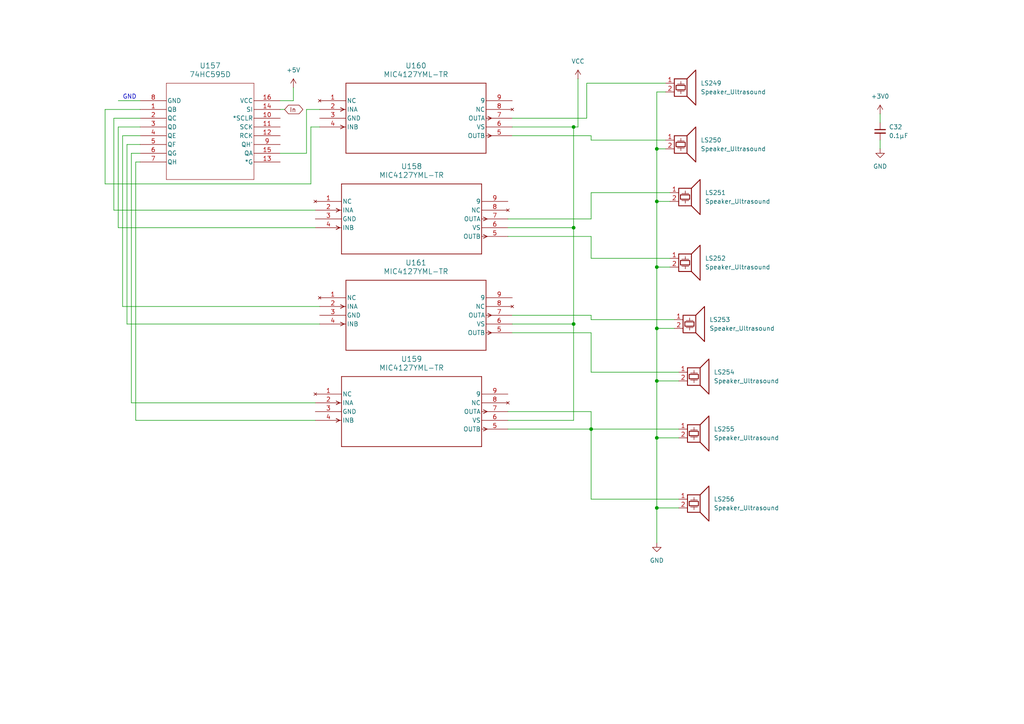
<source format=kicad_sch>
(kicad_sch (version 20250114) (generator "eeschema") (generator_version "9.0")
  (paper "A4")
  (lib_symbols
    (symbol "2025-12-28_09-02-17:MIC4127YML-TR" (pin_names (offset 0.254))
      (property "Reference" "U" (at 27.94 10.16 0))
      (property "Value" "MIC4127YML-TR" (at 27.94 7.62 0))
      (symbol "MIC4127YML-TR_0_1"
        (polyline (pts (xy 7.0993 -2.54) (xy 6.0579 -2.0193)) (stroke (width 0.2032)))
        (polyline (pts (xy 7.0993 -2.54) (xy 6.0579 -3.0607)) (stroke (width 0.2032)))
        (polyline (pts (xy 7.0993 -7.62) (xy 6.0579 -7.0993)) (stroke (width 0.2032)))
        (polyline (pts (xy 7.0993 -7.62) (xy 6.0579 -8.1407)) (stroke (width 0.2032)))
        (polyline (pts (xy 7.62 5.08) (xy 7.62 -15.24)) (stroke (width 0.2032)))
        (polyline (pts (xy 7.62 -15.24) (xy 48.26 -15.24)) (stroke (width 0.2032)))
        (polyline (pts (xy 48.26 5.08) (xy 7.62 5.08)) (stroke (width 0.2032)))
        (polyline (pts (xy 48.26 -15.24) (xy 48.26 5.08)) (stroke (width 0.2032)))
        (polyline (pts (xy 48.7807 -4.5593) (xy 49.8221 -5.08)) (stroke (width 0.2032)))
        (polyline (pts (xy 48.7807 -5.6007) (xy 49.8221 -5.08)) (stroke (width 0.2032)))
        (polyline (pts (xy 48.7807 -9.6393) (xy 49.8221 -10.16)) (stroke (width 0.2032)))
        (polyline (pts (xy 48.7807 -10.6807) (xy 49.8221 -10.16)) (stroke (width 0.2032)))
        (pin no_connect line (at 0 0 0) (length 7.62) (name "NC") (number "1"))
        (pin input line (at 0 -2.54 0) (length 7.62) (name "INA") (number "2"))
        (pin power_in line (at 0 -5.08 0) (length 7.62) (name "GND") (number "3"))
        (pin input line (at 0 -7.62 0) (length 7.62) (name "INB") (number "4"))
        (pin unspecified line (at 55.88 0 180) (length 7.62) (name "9") (number "9"))
        (pin no_connect line (at 55.88 -2.54 180) (length 7.62) (name "NC") (number "8"))
        (pin output line (at 55.88 -5.08 180) (length 7.62) (name "OUTA") (number "7"))
        (pin power_in line (at 55.88 -7.62 180) (length 7.62) (name "VS") (number "6"))
        (pin output line (at 55.88 -10.16 180) (length 7.62) (name "OUTB") (number "5"))
      )
    )
    (symbol "2025-12-28_09-22-42:74HC595D" (pin_names (offset 0.254))
      (property "Reference" "U" (at 20.32 10.16 0))
      (property "Value" "74HC595D" (at 20.32 7.62 0))
      (symbol "74HC595D_0_1"
        (polyline (pts (xy 7.62 5.08) (xy 7.62 -22.86)) (stroke (width 0.127)))
        (polyline (pts (xy 7.62 -22.86) (xy 33.02 -22.86)) (stroke (width 0.127)))
        (polyline (pts (xy 33.02 5.08) (xy 7.62 5.08)) (stroke (width 0.127)))
        (polyline (pts (xy 33.02 -22.86) (xy 33.02 5.08)) (stroke (width 0.127)))
        (pin power_out line (at 0 0 0) (length 7.62) (name "GND") (number "8"))
        (pin output line (at 0 -2.54 0) (length 7.62) (name "QB") (number "1"))
        (pin output line (at 0 -5.08 0) (length 7.62) (name "QC") (number "2"))
        (pin output line (at 0 -7.62 0) (length 7.62) (name "QD") (number "3"))
        (pin output line (at 0 -10.16 0) (length 7.62) (name "QE") (number "4"))
        (pin output line (at 0 -12.7 0) (length 7.62) (name "QF") (number "5"))
        (pin output line (at 0 -15.24 0) (length 7.62) (name "QG") (number "6"))
        (pin output line (at 0 -17.78 0) (length 7.62) (name "QH") (number "7"))
        (pin power_in line (at 40.64 0 180) (length 7.62) (name "VCC") (number "16"))
        (pin input line (at 40.64 -2.54 180) (length 7.62) (name "SI") (number "14"))
        (pin input line (at 40.64 -5.08 180) (length 7.62) (name "*SCLR") (number "10"))
        (pin input line (at 40.64 -7.62 180) (length 7.62) (name "SCK") (number "11"))
        (pin input line (at 40.64 -10.16 180) (length 7.62) (name "RCK") (number "12"))
        (pin output line (at 40.64 -12.7 180) (length 7.62) (name "QH'") (number "9"))
        (pin output line (at 40.64 -15.24 180) (length 7.62) (name "QA") (number "15"))
        (pin input line (at 40.64 -17.78 180) (length 7.62) (name "*G") (number "13"))
      )
    )
    (symbol "Device:C_Small" (pin_numbers (hide yes)) (pin_names (offset 0.254) (hide yes))
      (property "Reference" "C" (at 0.254 1.778 0))
      (property "Value" "C_Small" (at 0.254 -2.032 0))
      (symbol "C_Small_0_1"
        (polyline (pts (xy -1.524 0.508) (xy 1.524 0.508)) (stroke (width 0.3048)))
        (polyline (pts (xy -1.524 -0.508) (xy 1.524 -0.508)) (stroke (width 0.3302)))
      )
      (symbol "C_Small_1_1"
        (pin passive line (at 0 2.54 270) (length 2.032) (name "~") (number "1"))
        (pin passive line (at 0 -2.54 90) (length 2.032) (name "~") (number "2"))
      )
    )
    (symbol "Device:Speaker_Ultrasound" (pin_names (offset 0) (hide yes))
      (property "Reference" "LS" (at 0.635 5.715 0))
      (property "Value" "Speaker_Ultrasound" (at 0.635 3.81 0))
      (symbol "Speaker_Ultrasound_0_0"
        (rectangle (start -2.54 1.27) (end 1.143 -3.81) (stroke (width 0.254)))
        (rectangle (start -2.032 -0.635) (end 0.635 -1.905) (stroke (width 0.254)))
        (polyline (pts (xy -1.651 -0.254) (xy 0.381 -0.254)))
        (polyline (pts (xy -1.651 -2.286) (xy 0.381 -2.286)))
        (polyline (pts (xy -0.635 -0.254) (xy -0.635 0.508)))
        (polyline (pts (xy -0.635 -2.286) (xy -0.635 -3.048)))
        (polyline (pts (xy 1.143 1.27) (xy 3.683 3.81) (xy 3.683 -6.35) (xy 1.143 -3.81)) (stroke (width 0.254)))
      )
      (symbol "Speaker_Ultrasound_1_1"
        (pin input line (at -5.08 0 0) (length 2.54) (name "1") (number "1"))
        (pin input line (at -5.08 -2.54 0) (length 2.54) (name "2") (number "2"))
      )
    )
    (symbol "power:+3V0" (power) (pin_numbers (hide yes)) (pin_names (offset 0) (hide yes))
      (property "Value" "+3V0" (at 0 3.556 0))
      (symbol "+3V0_0_1"
        (polyline (pts (xy -0.762 1.27) (xy 0 2.54)))
        (polyline (pts (xy 0 2.54) (xy 0.762 1.27)))
        (polyline (pts (xy 0 0) (xy 0 2.54)))
      )
      (symbol "+3V0_1_1"
        (pin power_in line (at 0 0 90) (length 0) (name "~") (number "1"))
      )
    )
    (symbol "power:+5V" (power) (pin_numbers (hide yes)) (pin_names (offset 0) (hide yes))
      (property "Value" "+5V" (at 0 3.556 0))
      (symbol "+5V_0_1"
        (polyline (pts (xy -0.762 1.27) (xy 0 2.54)))
        (polyline (pts (xy 0 2.54) (xy 0.762 1.27)))
        (polyline (pts (xy 0 0) (xy 0 2.54)))
      )
      (symbol "+5V_1_1"
        (pin power_in line (at 0 0 90) (length 0) (name "~") (number "1"))
      )
    )
    (symbol "power:GND" (power) (pin_numbers (hide yes)) (pin_names (offset 0) (hide yes))
      (property "Value" "GND" (at 0 -3.81 0))
      (symbol "GND_0_1"
        (polyline (pts (xy 0 0) (xy 0 -1.27) (xy 1.27 -1.27) (xy 0 -2.54) (xy -1.27 -1.27) (xy 0 -1.27)))
      )
      (symbol "GND_1_1"
        (pin power_in line (at 0 0 270) (length 0) (name "~") (number "1"))
      )
    )
    (symbol "power:VCC" (power) (pin_numbers (hide yes)) (pin_names (offset 0) (hide yes))
      (property "Value" "VCC" (at 0 3.556 0))
      (symbol "VCC_0_1"
        (polyline (pts (xy -0.762 1.27) (xy 0 2.54)))
        (polyline (pts (xy 0 2.54) (xy 0.762 1.27)))
        (polyline (pts (xy 0 0) (xy 0 2.54)))
      )
      (symbol "VCC_1_1"
        (pin power_in line (at 0 0 90) (length 0) (name "~") (number "1"))
      )
    )
  )
  (text "GND" (at 37.592 28.194 0) (effects (font (size 1.27 1.27))))
  (junction (at 190.5 77.47))
  (junction (at 190.5 43.18))
  (junction (at 166.37 36.83))
  (junction (at 190.5 110.49))
  (junction (at 190.5 127))
  (junction (at 190.5 58.42))
  (junction (at 190.5 147.32))
  (junction (at 190.5 95.25))
  (junction (at 166.37 66.04))
  (junction (at 166.37 93.98))
  (junction (at 171.45 124.46))
  (wire (pts (xy 190.5 147.32) (xy 190.5 157.48)))
  (wire (pts (xy 196.85 147.32) (xy 190.5 147.32)))
  (wire (pts (xy 34.29 29.21) (xy 40.64 29.21)))
  (wire (pts (xy 171.45 119.38) (xy 171.45 124.46)))
  (wire (pts (xy 190.5 110.49) (xy 196.85 110.49)))
  (wire (pts (xy 147.32 68.58) (xy 171.45 68.58)))
  (wire (pts (xy 190.5 58.42) (xy 194.31 58.42)))
  (wire (pts (xy 166.37 66.04) (xy 166.37 93.98)))
  (wire (pts (xy 39.37 46.99) (xy 39.37 121.92)))
  (wire (pts (xy 148.59 93.98) (xy 166.37 93.98)))
  (wire (pts (xy 40.64 39.37) (xy 35.56 39.37)))
  (wire (pts (xy 40.64 34.29) (xy 33.02 34.29)))
  (wire (pts (xy 190.5 127) (xy 190.5 147.32)))
  (wire (pts (xy 166.37 93.98) (xy 166.37 121.92)))
  (wire (pts (xy 171.45 124.46) (xy 171.45 144.78)))
  (wire (pts (xy 40.64 44.45) (xy 38.1 44.45)))
  (wire (pts (xy 171.45 124.46) (xy 196.85 124.46)))
  (wire (pts (xy 190.5 77.47) (xy 190.5 95.25)))
  (wire (pts (xy 193.04 26.67) (xy 190.5 26.67)))
  (wire (pts (xy 30.48 31.75) (xy 30.48 53.34)))
  (wire (pts (xy 147.32 124.46) (xy 171.45 124.46)))
  (wire (pts (xy 147.32 121.92) (xy 166.37 121.92)))
  (wire (pts (xy 190.5 95.25) (xy 195.58 95.25)))
  (wire (pts (xy 171.45 74.93) (xy 194.31 74.93)))
  (wire (pts (xy 34.29 66.04) (xy 91.44 66.04)))
  (wire (pts (xy 190.5 110.49) (xy 190.5 127)))
  (wire (pts (xy 255.27 40.64) (xy 255.27 43.18)))
  (wire (pts (xy 148.59 36.83) (xy 166.37 36.83)))
  (wire (pts (xy 88.9 44.45) (xy 88.9 31.75)))
  (wire (pts (xy 171.45 40.64) (xy 193.04 40.64)))
  (wire (pts (xy 170.18 24.13) (xy 193.04 24.13)))
  (wire (pts (xy 190.5 95.25) (xy 190.5 110.49)))
  (wire (pts (xy 190.5 77.47) (xy 194.31 77.47)))
  (wire (pts (xy 39.37 121.92) (xy 91.44 121.92)))
  (wire (pts (xy 81.28 29.21) (xy 85.09 29.21)))
  (wire (pts (xy 255.27 33.02) (xy 255.27 35.56)))
  (wire (pts (xy 147.32 119.38) (xy 171.45 119.38)))
  (wire (pts (xy 90.17 53.34) (xy 90.17 36.83)))
  (wire (pts (xy 148.59 96.52) (xy 171.45 96.52)))
  (wire (pts (xy 171.45 144.78) (xy 196.85 144.78)))
  (wire (pts (xy 190.5 127) (xy 196.85 127)))
  (wire (pts (xy 88.9 31.75) (xy 92.71 31.75)))
  (wire (pts (xy 33.02 60.96) (xy 91.44 60.96)))
  (wire (pts (xy 35.56 88.9) (xy 92.71 88.9)))
  (wire (pts (xy 85.09 25.4) (xy 85.09 29.21)))
  (wire (pts (xy 171.45 91.44) (xy 171.45 92.71)))
  (wire (pts (xy 30.48 53.34) (xy 90.17 53.34)))
  (wire (pts (xy 90.17 36.83) (xy 92.71 36.83)))
  (wire (pts (xy 33.02 34.29) (xy 33.02 60.96)))
  (wire (pts (xy 171.45 68.58) (xy 171.45 74.93)))
  (wire (pts (xy 167.64 22.86) (xy 167.64 36.83)))
  (wire (pts (xy 170.18 34.29) (xy 170.18 24.13)))
  (wire (pts (xy 81.28 44.45) (xy 88.9 44.45)))
  (wire (pts (xy 171.45 107.95) (xy 196.85 107.95)))
  (wire (pts (xy 35.56 39.37) (xy 35.56 88.9)))
  (wire (pts (xy 36.83 41.91) (xy 36.83 93.98)))
  (wire (pts (xy 147.32 66.04) (xy 166.37 66.04)))
  (wire (pts (xy 38.1 116.84) (xy 91.44 116.84)))
  (wire (pts (xy 36.83 93.98) (xy 92.71 93.98)))
  (wire (pts (xy 190.5 43.18) (xy 193.04 43.18)))
  (wire (pts (xy 171.45 55.88) (xy 194.31 55.88)))
  (wire (pts (xy 171.45 63.5) (xy 171.45 55.88)))
  (wire (pts (xy 40.64 31.75) (xy 30.48 31.75)))
  (wire (pts (xy 40.64 36.83) (xy 34.29 36.83)))
  (wire (pts (xy 148.59 39.37) (xy 171.45 39.37)))
  (wire (pts (xy 171.45 39.37) (xy 171.45 40.64)))
  (wire (pts (xy 148.59 91.44) (xy 171.45 91.44)))
  (wire (pts (xy 40.64 46.99) (xy 39.37 46.99)))
  (wire (pts (xy 166.37 36.83) (xy 167.64 36.83)))
  (wire (pts (xy 38.1 44.45) (xy 38.1 116.84)))
  (wire (pts (xy 171.45 96.52) (xy 171.45 107.95)))
  (wire (pts (xy 147.32 63.5) (xy 171.45 63.5)))
  (wire (pts (xy 190.5 58.42) (xy 190.5 77.47)))
  (wire (pts (xy 166.37 36.83) (xy 166.37 66.04)))
  (wire (pts (xy 190.5 26.67) (xy 190.5 43.18)))
  (wire (pts (xy 190.5 43.18) (xy 190.5 58.42)))
  (wire (pts (xy 171.45 92.71) (xy 195.58 92.71)))
  (wire (pts (xy 148.59 34.29) (xy 170.18 34.29)))
  (wire (pts (xy 34.29 36.83) (xy 34.29 66.04)))
  (wire (pts (xy 40.64 41.91) (xy 36.83 41.91)))
  (wire (pts (xy 81.28 31.75) (xy 82.55 31.75)))
  (global_label "In" (shape bidirectional) (at 82.55 31.75 0) (property "Intersheetrefs" "${INTERSHEET_REFS}" (effects (hide yes))))
  (symbol (lib_id "power:GND") (at 255.27 43.18 0) (unit 1)
    (property "Reference" "#PWR0160" (effects (hide yes)))
    (property "Value" "GND" (at 255.27 48.26 0))
    (property "Description" "Power symbol creates a global label with name \"GND\" , ground" (effects (hide yes)))
  )
  (symbol (lib_id "Device:Speaker_Ultrasound") (at 200.66 92.71 0) (unit 1)
    (property "Reference" "LS253" (at 205.74 92.7099 0) (effects (justify left)))
    (property "Value" "Speaker_Ultrasound" (at 205.74 95.2499 0) (effects (justify left)))
    (property "Description" "Ultrasonic transducer" (effects (hide yes)))
  )
  (symbol (lib_id "2025-12-28_09-02-17:MIC4127YML-TR") (at 91.44 58.42 0) (unit 1)
    (property "Reference" "U158" (at 119.38 48.26 0) (effects (font (size 1.524 1.524))))
    (property "Value" "MIC4127YML-TR" (at 119.38 50.8 0) (effects (font (size 1.524 1.524))))
    (property "Footprint" "MLF-8_ML_MCH" (effects (hide yes)))
    (property "Datasheet" "MIC4127YML-TR" (effects (hide yes)))
  )
  (symbol (lib_id "power:+5V") (at 85.09 25.4 0) (unit 1)
    (property "Reference" "#PWR0156" (effects (hide yes)))
    (property "Value" "+5V" (at 85.09 20.32 0))
    (property "Description" "Power symbol creates a global label with name \"+5V\"" (effects (hide yes)))
  )
  (symbol (lib_id "2025-12-28_09-02-17:MIC4127YML-TR") (at 92.71 86.36 0) (unit 1)
    (property "Reference" "U161" (at 120.65 76.2 0) (effects (font (size 1.524 1.524))))
    (property "Value" "MIC4127YML-TR" (at 120.65 78.74 0) (effects (font (size 1.524 1.524))))
    (property "Footprint" "MLF-8_ML_MCH" (effects (hide yes)))
    (property "Datasheet" "MIC4127YML-TR" (effects (hide yes)))
  )
  (symbol (lib_id "2025-12-28_09-02-17:MIC4127YML-TR") (at 92.71 29.21 0) (unit 1)
    (property "Reference" "U160" (at 120.65 19.05 0) (effects (font (size 1.524 1.524))))
    (property "Value" "MIC4127YML-TR" (at 120.65 21.59 0) (effects (font (size 1.524 1.524))))
    (property "Footprint" "MLF-8_ML_MCH" (effects (hide yes)))
    (property "Datasheet" "MIC4127YML-TR" (effects (hide yes)))
  )
  (symbol (lib_id "Device:C_Small") (at 255.27 38.1 0) (unit 1)
    (property "Reference" "C32" (at 257.81 36.8362 0) (effects (justify left)))
    (property "Value" "0.1μF" (at 257.81 39.3762 0) (effects (justify left)))
    (property "Description" "Unpolarized capacitor, small symbol" (effects (hide yes)))
  )
  (symbol (lib_id "power:VCC") (at 167.64 22.86 0) (unit 1)
    (property "Reference" "#PWR0157" (effects (hide yes)))
    (property "Value" "VCC" (at 167.64 17.78 0))
    (property "Description" "Power symbol creates a global label with name \"VCC\"" (effects (hide yes)))
  )
  (symbol (lib_id "Device:Speaker_Ultrasound") (at 199.39 74.93 0) (unit 1)
    (property "Reference" "LS252" (at 204.47 74.9299 0) (effects (justify left)))
    (property "Value" "Speaker_Ultrasound" (at 204.47 77.4699 0) (effects (justify left)))
    (property "Description" "Ultrasonic transducer" (effects (hide yes)))
  )
  (symbol (lib_id "2025-12-28_09-02-17:MIC4127YML-TR") (at 91.44 114.3 0) (unit 1)
    (property "Reference" "U159" (at 119.38 104.14 0) (effects (font (size 1.524 1.524))))
    (property "Value" "MIC4127YML-TR" (at 119.38 106.68 0) (effects (font (size 1.524 1.524))))
    (property "Footprint" "MLF-8_ML_MCH" (effects (hide yes)))
    (property "Datasheet" "MIC4127YML-TR" (effects (hide yes)))
  )
  (symbol (lib_id "Device:Speaker_Ultrasound") (at 201.93 124.46 0) (unit 1)
    (property "Reference" "LS255" (at 207.01 124.4599 0) (effects (justify left)))
    (property "Value" "Speaker_Ultrasound" (at 207.01 126.9999 0) (effects (justify left)))
    (property "Description" "Ultrasonic transducer" (effects (hide yes)))
  )
  (symbol (lib_id "power:GND") (at 190.5 157.48 0) (unit 1)
    (property "Reference" "#PWR0158" (effects (hide yes)))
    (property "Value" "GND" (at 190.5 162.56 0))
    (property "Description" "Power symbol creates a global label with name \"GND\" , ground" (effects (hide yes)))
  )
  (symbol (lib_id "Device:Speaker_Ultrasound") (at 198.12 40.64 0) (unit 1)
    (property "Reference" "LS250" (at 203.2 40.6399 0) (effects (justify left)))
    (property "Value" "Speaker_Ultrasound" (at 203.2 43.1799 0) (effects (justify left)))
    (property "Description" "Ultrasonic transducer" (effects (hide yes)))
  )
  (symbol (lib_id "Device:Speaker_Ultrasound") (at 198.12 24.13 0) (unit 1)
    (property "Reference" "LS249" (at 203.2 24.1299 0) (effects (justify left)))
    (property "Value" "Speaker_Ultrasound" (at 203.2 26.6699 0) (effects (justify left)))
    (property "Description" "Ultrasonic transducer" (effects (hide yes)))
  )
  (symbol (lib_id "Device:Speaker_Ultrasound") (at 199.39 55.88 0) (unit 1)
    (property "Reference" "LS251" (at 204.47 55.8799 0) (effects (justify left)))
    (property "Value" "Speaker_Ultrasound" (at 204.47 58.4199 0) (effects (justify left)))
    (property "Description" "Ultrasonic transducer" (effects (hide yes)))
  )
  (symbol (lib_id "Device:Speaker_Ultrasound") (at 201.93 107.95 0) (unit 1)
    (property "Reference" "LS254" (at 207.01 107.9499 0) (effects (justify left)))
    (property "Value" "Speaker_Ultrasound" (at 207.01 110.4899 0) (effects (justify left)))
    (property "Description" "Ultrasonic transducer" (effects (hide yes)))
  )
  (symbol (lib_id "Device:Speaker_Ultrasound") (at 201.93 144.78 0) (unit 1)
    (property "Reference" "LS256" (at 207.01 144.7799 0) (effects (justify left)))
    (property "Value" "Speaker_Ultrasound" (at 207.01 147.3199 0) (effects (justify left)))
    (property "Description" "Ultrasonic transducer" (effects (hide yes)))
  )
  (symbol (lib_id "2025-12-28_09-22-42:74HC595D") (at 40.64 29.21 0) (unit 1)
    (property "Reference" "U157" (at 60.96 19.05 0) (effects (font (size 1.524 1.524))))
    (property "Value" "74HC595D" (at 60.96 21.59 0) (effects (font (size 1.524 1.524))))
    (property "Footprint" "SOIC16_TOS" (effects (hide yes)))
    (property "Datasheet" "https://toshiba.semicon-storage.com/info/docget.jsp?did=36768&prodName=74HC595D" (effects (hide yes)))
  )
  (symbol (lib_id "power:+3V0") (at 255.27 33.02 0) (unit 1)
    (property "Reference" "#PWR0159" (effects (hide yes)))
    (property "Value" "+3V0" (at 255.27 27.94 0))
    (property "Description" "Power symbol creates a global label with name \"+3V0\"" (effects (hide yes)))
  )
)
</source>
